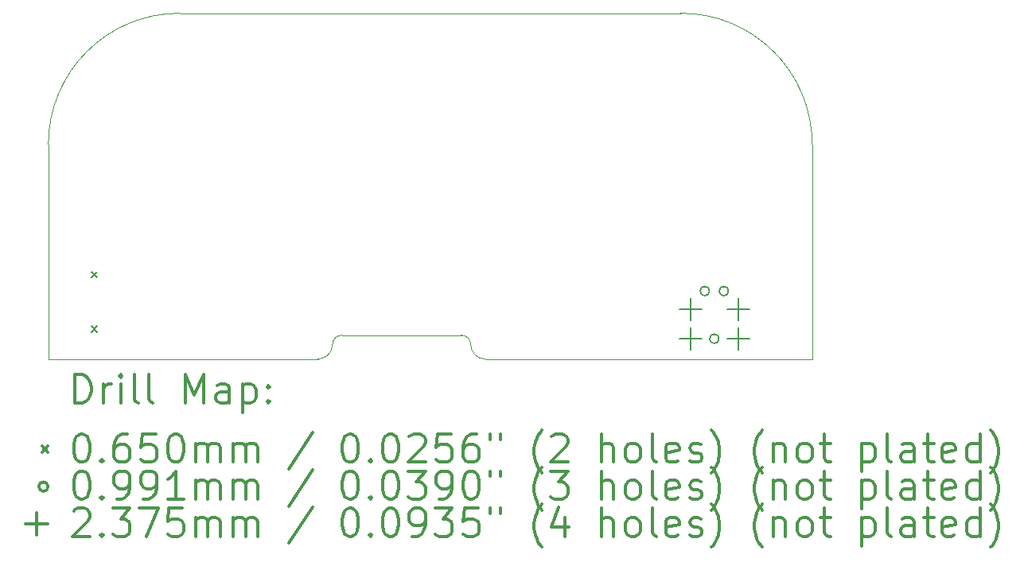
<source format=gbr>
%FSLAX45Y45*%
G04 Gerber Fmt 4.5, Leading zero omitted, Abs format (unit mm)*
G04 Created by KiCad (PCBNEW (5.1.10)-1) date 2021-10-09 12:46:32*
%MOMM*%
%LPD*%
G01*
G04 APERTURE LIST*
%TA.AperFunction,Profile*%
%ADD10C,0.050000*%
%TD*%
%ADD11C,0.200000*%
%ADD12C,0.300000*%
G04 APERTURE END LIST*
D10*
X13792200Y-11938000D02*
X15062200Y-11938000D01*
X13538200Y-12192000D02*
X10668000Y-12192000D01*
X15062200Y-11938000D02*
G75*
G02*
X15163800Y-12039600I0J-101600D01*
G01*
X13690600Y-12039600D02*
G75*
G02*
X13792200Y-11938000I101600J0D01*
G01*
X15316200Y-12192000D02*
G75*
G02*
X15163800Y-12039600I0J152400D01*
G01*
X13690600Y-12039600D02*
G75*
G02*
X13538200Y-12192000I-152400J0D01*
G01*
X17399000Y-8509000D02*
G75*
G02*
X18796000Y-9906000I0J-1397000D01*
G01*
X10668000Y-9906000D02*
G75*
G02*
X12065000Y-8509000I1397000J0D01*
G01*
X17399000Y-8509000D02*
X12065000Y-8509000D01*
X18796000Y-12192000D02*
X18796000Y-9906000D01*
X15316200Y-12192000D02*
X18796000Y-12192000D01*
X10668000Y-9906000D02*
X10668000Y-12192000D01*
D11*
X11124100Y-11260900D02*
X11189100Y-11325900D01*
X11189100Y-11260900D02*
X11124100Y-11325900D01*
X11124100Y-11838900D02*
X11189100Y-11903900D01*
X11189100Y-11838900D02*
X11124100Y-11903900D01*
X17702650Y-11468100D02*
G75*
G03*
X17702650Y-11468100I-49550J0D01*
G01*
X17804150Y-11976100D02*
G75*
G03*
X17804150Y-11976100I-49550J0D01*
G01*
X17905650Y-11468100D02*
G75*
G03*
X17905650Y-11468100I-49550J0D01*
G01*
X17500600Y-11539855D02*
X17500600Y-11777345D01*
X17381855Y-11658600D02*
X17619345Y-11658600D01*
X17500600Y-11857355D02*
X17500600Y-12094845D01*
X17381855Y-11976100D02*
X17619345Y-11976100D01*
X18008600Y-11539855D02*
X18008600Y-11777345D01*
X17889855Y-11658600D02*
X18127345Y-11658600D01*
X18008600Y-11857355D02*
X18008600Y-12094845D01*
X17889855Y-11976100D02*
X18127345Y-11976100D01*
D12*
X10951928Y-12660214D02*
X10951928Y-12360214D01*
X11023357Y-12360214D01*
X11066214Y-12374500D01*
X11094786Y-12403071D01*
X11109071Y-12431643D01*
X11123357Y-12488786D01*
X11123357Y-12531643D01*
X11109071Y-12588786D01*
X11094786Y-12617357D01*
X11066214Y-12645929D01*
X11023357Y-12660214D01*
X10951928Y-12660214D01*
X11251928Y-12660214D02*
X11251928Y-12460214D01*
X11251928Y-12517357D02*
X11266214Y-12488786D01*
X11280500Y-12474500D01*
X11309071Y-12460214D01*
X11337643Y-12460214D01*
X11437643Y-12660214D02*
X11437643Y-12460214D01*
X11437643Y-12360214D02*
X11423357Y-12374500D01*
X11437643Y-12388786D01*
X11451928Y-12374500D01*
X11437643Y-12360214D01*
X11437643Y-12388786D01*
X11623357Y-12660214D02*
X11594786Y-12645929D01*
X11580500Y-12617357D01*
X11580500Y-12360214D01*
X11780500Y-12660214D02*
X11751928Y-12645929D01*
X11737643Y-12617357D01*
X11737643Y-12360214D01*
X12123357Y-12660214D02*
X12123357Y-12360214D01*
X12223357Y-12574500D01*
X12323357Y-12360214D01*
X12323357Y-12660214D01*
X12594786Y-12660214D02*
X12594786Y-12503071D01*
X12580500Y-12474500D01*
X12551928Y-12460214D01*
X12494786Y-12460214D01*
X12466214Y-12474500D01*
X12594786Y-12645929D02*
X12566214Y-12660214D01*
X12494786Y-12660214D01*
X12466214Y-12645929D01*
X12451928Y-12617357D01*
X12451928Y-12588786D01*
X12466214Y-12560214D01*
X12494786Y-12545929D01*
X12566214Y-12545929D01*
X12594786Y-12531643D01*
X12737643Y-12460214D02*
X12737643Y-12760214D01*
X12737643Y-12474500D02*
X12766214Y-12460214D01*
X12823357Y-12460214D01*
X12851928Y-12474500D01*
X12866214Y-12488786D01*
X12880500Y-12517357D01*
X12880500Y-12603071D01*
X12866214Y-12631643D01*
X12851928Y-12645929D01*
X12823357Y-12660214D01*
X12766214Y-12660214D01*
X12737643Y-12645929D01*
X13009071Y-12631643D02*
X13023357Y-12645929D01*
X13009071Y-12660214D01*
X12994786Y-12645929D01*
X13009071Y-12631643D01*
X13009071Y-12660214D01*
X13009071Y-12474500D02*
X13023357Y-12488786D01*
X13009071Y-12503071D01*
X12994786Y-12488786D01*
X13009071Y-12474500D01*
X13009071Y-12503071D01*
X10600500Y-13122000D02*
X10665500Y-13187000D01*
X10665500Y-13122000D02*
X10600500Y-13187000D01*
X11009071Y-12990214D02*
X11037643Y-12990214D01*
X11066214Y-13004500D01*
X11080500Y-13018786D01*
X11094786Y-13047357D01*
X11109071Y-13104500D01*
X11109071Y-13175929D01*
X11094786Y-13233071D01*
X11080500Y-13261643D01*
X11066214Y-13275929D01*
X11037643Y-13290214D01*
X11009071Y-13290214D01*
X10980500Y-13275929D01*
X10966214Y-13261643D01*
X10951928Y-13233071D01*
X10937643Y-13175929D01*
X10937643Y-13104500D01*
X10951928Y-13047357D01*
X10966214Y-13018786D01*
X10980500Y-13004500D01*
X11009071Y-12990214D01*
X11237643Y-13261643D02*
X11251928Y-13275929D01*
X11237643Y-13290214D01*
X11223357Y-13275929D01*
X11237643Y-13261643D01*
X11237643Y-13290214D01*
X11509071Y-12990214D02*
X11451928Y-12990214D01*
X11423357Y-13004500D01*
X11409071Y-13018786D01*
X11380500Y-13061643D01*
X11366214Y-13118786D01*
X11366214Y-13233071D01*
X11380500Y-13261643D01*
X11394786Y-13275929D01*
X11423357Y-13290214D01*
X11480500Y-13290214D01*
X11509071Y-13275929D01*
X11523357Y-13261643D01*
X11537643Y-13233071D01*
X11537643Y-13161643D01*
X11523357Y-13133071D01*
X11509071Y-13118786D01*
X11480500Y-13104500D01*
X11423357Y-13104500D01*
X11394786Y-13118786D01*
X11380500Y-13133071D01*
X11366214Y-13161643D01*
X11809071Y-12990214D02*
X11666214Y-12990214D01*
X11651928Y-13133071D01*
X11666214Y-13118786D01*
X11694786Y-13104500D01*
X11766214Y-13104500D01*
X11794786Y-13118786D01*
X11809071Y-13133071D01*
X11823357Y-13161643D01*
X11823357Y-13233071D01*
X11809071Y-13261643D01*
X11794786Y-13275929D01*
X11766214Y-13290214D01*
X11694786Y-13290214D01*
X11666214Y-13275929D01*
X11651928Y-13261643D01*
X12009071Y-12990214D02*
X12037643Y-12990214D01*
X12066214Y-13004500D01*
X12080500Y-13018786D01*
X12094786Y-13047357D01*
X12109071Y-13104500D01*
X12109071Y-13175929D01*
X12094786Y-13233071D01*
X12080500Y-13261643D01*
X12066214Y-13275929D01*
X12037643Y-13290214D01*
X12009071Y-13290214D01*
X11980500Y-13275929D01*
X11966214Y-13261643D01*
X11951928Y-13233071D01*
X11937643Y-13175929D01*
X11937643Y-13104500D01*
X11951928Y-13047357D01*
X11966214Y-13018786D01*
X11980500Y-13004500D01*
X12009071Y-12990214D01*
X12237643Y-13290214D02*
X12237643Y-13090214D01*
X12237643Y-13118786D02*
X12251928Y-13104500D01*
X12280500Y-13090214D01*
X12323357Y-13090214D01*
X12351928Y-13104500D01*
X12366214Y-13133071D01*
X12366214Y-13290214D01*
X12366214Y-13133071D02*
X12380500Y-13104500D01*
X12409071Y-13090214D01*
X12451928Y-13090214D01*
X12480500Y-13104500D01*
X12494786Y-13133071D01*
X12494786Y-13290214D01*
X12637643Y-13290214D02*
X12637643Y-13090214D01*
X12637643Y-13118786D02*
X12651928Y-13104500D01*
X12680500Y-13090214D01*
X12723357Y-13090214D01*
X12751928Y-13104500D01*
X12766214Y-13133071D01*
X12766214Y-13290214D01*
X12766214Y-13133071D02*
X12780500Y-13104500D01*
X12809071Y-13090214D01*
X12851928Y-13090214D01*
X12880500Y-13104500D01*
X12894786Y-13133071D01*
X12894786Y-13290214D01*
X13480500Y-12975929D02*
X13223357Y-13361643D01*
X13866214Y-12990214D02*
X13894786Y-12990214D01*
X13923357Y-13004500D01*
X13937643Y-13018786D01*
X13951928Y-13047357D01*
X13966214Y-13104500D01*
X13966214Y-13175929D01*
X13951928Y-13233071D01*
X13937643Y-13261643D01*
X13923357Y-13275929D01*
X13894786Y-13290214D01*
X13866214Y-13290214D01*
X13837643Y-13275929D01*
X13823357Y-13261643D01*
X13809071Y-13233071D01*
X13794786Y-13175929D01*
X13794786Y-13104500D01*
X13809071Y-13047357D01*
X13823357Y-13018786D01*
X13837643Y-13004500D01*
X13866214Y-12990214D01*
X14094786Y-13261643D02*
X14109071Y-13275929D01*
X14094786Y-13290214D01*
X14080500Y-13275929D01*
X14094786Y-13261643D01*
X14094786Y-13290214D01*
X14294786Y-12990214D02*
X14323357Y-12990214D01*
X14351928Y-13004500D01*
X14366214Y-13018786D01*
X14380500Y-13047357D01*
X14394786Y-13104500D01*
X14394786Y-13175929D01*
X14380500Y-13233071D01*
X14366214Y-13261643D01*
X14351928Y-13275929D01*
X14323357Y-13290214D01*
X14294786Y-13290214D01*
X14266214Y-13275929D01*
X14251928Y-13261643D01*
X14237643Y-13233071D01*
X14223357Y-13175929D01*
X14223357Y-13104500D01*
X14237643Y-13047357D01*
X14251928Y-13018786D01*
X14266214Y-13004500D01*
X14294786Y-12990214D01*
X14509071Y-13018786D02*
X14523357Y-13004500D01*
X14551928Y-12990214D01*
X14623357Y-12990214D01*
X14651928Y-13004500D01*
X14666214Y-13018786D01*
X14680500Y-13047357D01*
X14680500Y-13075929D01*
X14666214Y-13118786D01*
X14494786Y-13290214D01*
X14680500Y-13290214D01*
X14951928Y-12990214D02*
X14809071Y-12990214D01*
X14794786Y-13133071D01*
X14809071Y-13118786D01*
X14837643Y-13104500D01*
X14909071Y-13104500D01*
X14937643Y-13118786D01*
X14951928Y-13133071D01*
X14966214Y-13161643D01*
X14966214Y-13233071D01*
X14951928Y-13261643D01*
X14937643Y-13275929D01*
X14909071Y-13290214D01*
X14837643Y-13290214D01*
X14809071Y-13275929D01*
X14794786Y-13261643D01*
X15223357Y-12990214D02*
X15166214Y-12990214D01*
X15137643Y-13004500D01*
X15123357Y-13018786D01*
X15094786Y-13061643D01*
X15080500Y-13118786D01*
X15080500Y-13233071D01*
X15094786Y-13261643D01*
X15109071Y-13275929D01*
X15137643Y-13290214D01*
X15194786Y-13290214D01*
X15223357Y-13275929D01*
X15237643Y-13261643D01*
X15251928Y-13233071D01*
X15251928Y-13161643D01*
X15237643Y-13133071D01*
X15223357Y-13118786D01*
X15194786Y-13104500D01*
X15137643Y-13104500D01*
X15109071Y-13118786D01*
X15094786Y-13133071D01*
X15080500Y-13161643D01*
X15366214Y-12990214D02*
X15366214Y-13047357D01*
X15480500Y-12990214D02*
X15480500Y-13047357D01*
X15923357Y-13404500D02*
X15909071Y-13390214D01*
X15880500Y-13347357D01*
X15866214Y-13318786D01*
X15851928Y-13275929D01*
X15837643Y-13204500D01*
X15837643Y-13147357D01*
X15851928Y-13075929D01*
X15866214Y-13033071D01*
X15880500Y-13004500D01*
X15909071Y-12961643D01*
X15923357Y-12947357D01*
X16023357Y-13018786D02*
X16037643Y-13004500D01*
X16066214Y-12990214D01*
X16137643Y-12990214D01*
X16166214Y-13004500D01*
X16180500Y-13018786D01*
X16194786Y-13047357D01*
X16194786Y-13075929D01*
X16180500Y-13118786D01*
X16009071Y-13290214D01*
X16194786Y-13290214D01*
X16551928Y-13290214D02*
X16551928Y-12990214D01*
X16680500Y-13290214D02*
X16680500Y-13133071D01*
X16666214Y-13104500D01*
X16637643Y-13090214D01*
X16594786Y-13090214D01*
X16566214Y-13104500D01*
X16551928Y-13118786D01*
X16866214Y-13290214D02*
X16837643Y-13275929D01*
X16823357Y-13261643D01*
X16809071Y-13233071D01*
X16809071Y-13147357D01*
X16823357Y-13118786D01*
X16837643Y-13104500D01*
X16866214Y-13090214D01*
X16909071Y-13090214D01*
X16937643Y-13104500D01*
X16951928Y-13118786D01*
X16966214Y-13147357D01*
X16966214Y-13233071D01*
X16951928Y-13261643D01*
X16937643Y-13275929D01*
X16909071Y-13290214D01*
X16866214Y-13290214D01*
X17137643Y-13290214D02*
X17109071Y-13275929D01*
X17094786Y-13247357D01*
X17094786Y-12990214D01*
X17366214Y-13275929D02*
X17337643Y-13290214D01*
X17280500Y-13290214D01*
X17251928Y-13275929D01*
X17237643Y-13247357D01*
X17237643Y-13133071D01*
X17251928Y-13104500D01*
X17280500Y-13090214D01*
X17337643Y-13090214D01*
X17366214Y-13104500D01*
X17380500Y-13133071D01*
X17380500Y-13161643D01*
X17237643Y-13190214D01*
X17494786Y-13275929D02*
X17523357Y-13290214D01*
X17580500Y-13290214D01*
X17609071Y-13275929D01*
X17623357Y-13247357D01*
X17623357Y-13233071D01*
X17609071Y-13204500D01*
X17580500Y-13190214D01*
X17537643Y-13190214D01*
X17509071Y-13175929D01*
X17494786Y-13147357D01*
X17494786Y-13133071D01*
X17509071Y-13104500D01*
X17537643Y-13090214D01*
X17580500Y-13090214D01*
X17609071Y-13104500D01*
X17723357Y-13404500D02*
X17737643Y-13390214D01*
X17766214Y-13347357D01*
X17780500Y-13318786D01*
X17794786Y-13275929D01*
X17809071Y-13204500D01*
X17809071Y-13147357D01*
X17794786Y-13075929D01*
X17780500Y-13033071D01*
X17766214Y-13004500D01*
X17737643Y-12961643D01*
X17723357Y-12947357D01*
X18266214Y-13404500D02*
X18251928Y-13390214D01*
X18223357Y-13347357D01*
X18209071Y-13318786D01*
X18194786Y-13275929D01*
X18180500Y-13204500D01*
X18180500Y-13147357D01*
X18194786Y-13075929D01*
X18209071Y-13033071D01*
X18223357Y-13004500D01*
X18251928Y-12961643D01*
X18266214Y-12947357D01*
X18380500Y-13090214D02*
X18380500Y-13290214D01*
X18380500Y-13118786D02*
X18394786Y-13104500D01*
X18423357Y-13090214D01*
X18466214Y-13090214D01*
X18494786Y-13104500D01*
X18509071Y-13133071D01*
X18509071Y-13290214D01*
X18694786Y-13290214D02*
X18666214Y-13275929D01*
X18651928Y-13261643D01*
X18637643Y-13233071D01*
X18637643Y-13147357D01*
X18651928Y-13118786D01*
X18666214Y-13104500D01*
X18694786Y-13090214D01*
X18737643Y-13090214D01*
X18766214Y-13104500D01*
X18780500Y-13118786D01*
X18794786Y-13147357D01*
X18794786Y-13233071D01*
X18780500Y-13261643D01*
X18766214Y-13275929D01*
X18737643Y-13290214D01*
X18694786Y-13290214D01*
X18880500Y-13090214D02*
X18994786Y-13090214D01*
X18923357Y-12990214D02*
X18923357Y-13247357D01*
X18937643Y-13275929D01*
X18966214Y-13290214D01*
X18994786Y-13290214D01*
X19323357Y-13090214D02*
X19323357Y-13390214D01*
X19323357Y-13104500D02*
X19351928Y-13090214D01*
X19409071Y-13090214D01*
X19437643Y-13104500D01*
X19451928Y-13118786D01*
X19466214Y-13147357D01*
X19466214Y-13233071D01*
X19451928Y-13261643D01*
X19437643Y-13275929D01*
X19409071Y-13290214D01*
X19351928Y-13290214D01*
X19323357Y-13275929D01*
X19637643Y-13290214D02*
X19609071Y-13275929D01*
X19594786Y-13247357D01*
X19594786Y-12990214D01*
X19880500Y-13290214D02*
X19880500Y-13133071D01*
X19866214Y-13104500D01*
X19837643Y-13090214D01*
X19780500Y-13090214D01*
X19751928Y-13104500D01*
X19880500Y-13275929D02*
X19851928Y-13290214D01*
X19780500Y-13290214D01*
X19751928Y-13275929D01*
X19737643Y-13247357D01*
X19737643Y-13218786D01*
X19751928Y-13190214D01*
X19780500Y-13175929D01*
X19851928Y-13175929D01*
X19880500Y-13161643D01*
X19980500Y-13090214D02*
X20094786Y-13090214D01*
X20023357Y-12990214D02*
X20023357Y-13247357D01*
X20037643Y-13275929D01*
X20066214Y-13290214D01*
X20094786Y-13290214D01*
X20309071Y-13275929D02*
X20280500Y-13290214D01*
X20223357Y-13290214D01*
X20194786Y-13275929D01*
X20180500Y-13247357D01*
X20180500Y-13133071D01*
X20194786Y-13104500D01*
X20223357Y-13090214D01*
X20280500Y-13090214D01*
X20309071Y-13104500D01*
X20323357Y-13133071D01*
X20323357Y-13161643D01*
X20180500Y-13190214D01*
X20580500Y-13290214D02*
X20580500Y-12990214D01*
X20580500Y-13275929D02*
X20551928Y-13290214D01*
X20494786Y-13290214D01*
X20466214Y-13275929D01*
X20451928Y-13261643D01*
X20437643Y-13233071D01*
X20437643Y-13147357D01*
X20451928Y-13118786D01*
X20466214Y-13104500D01*
X20494786Y-13090214D01*
X20551928Y-13090214D01*
X20580500Y-13104500D01*
X20694786Y-13404500D02*
X20709071Y-13390214D01*
X20737643Y-13347357D01*
X20751928Y-13318786D01*
X20766214Y-13275929D01*
X20780500Y-13204500D01*
X20780500Y-13147357D01*
X20766214Y-13075929D01*
X20751928Y-13033071D01*
X20737643Y-13004500D01*
X20709071Y-12961643D01*
X20694786Y-12947357D01*
X10665500Y-13550500D02*
G75*
G03*
X10665500Y-13550500I-49550J0D01*
G01*
X11009071Y-13386214D02*
X11037643Y-13386214D01*
X11066214Y-13400500D01*
X11080500Y-13414786D01*
X11094786Y-13443357D01*
X11109071Y-13500500D01*
X11109071Y-13571929D01*
X11094786Y-13629071D01*
X11080500Y-13657643D01*
X11066214Y-13671929D01*
X11037643Y-13686214D01*
X11009071Y-13686214D01*
X10980500Y-13671929D01*
X10966214Y-13657643D01*
X10951928Y-13629071D01*
X10937643Y-13571929D01*
X10937643Y-13500500D01*
X10951928Y-13443357D01*
X10966214Y-13414786D01*
X10980500Y-13400500D01*
X11009071Y-13386214D01*
X11237643Y-13657643D02*
X11251928Y-13671929D01*
X11237643Y-13686214D01*
X11223357Y-13671929D01*
X11237643Y-13657643D01*
X11237643Y-13686214D01*
X11394786Y-13686214D02*
X11451928Y-13686214D01*
X11480500Y-13671929D01*
X11494786Y-13657643D01*
X11523357Y-13614786D01*
X11537643Y-13557643D01*
X11537643Y-13443357D01*
X11523357Y-13414786D01*
X11509071Y-13400500D01*
X11480500Y-13386214D01*
X11423357Y-13386214D01*
X11394786Y-13400500D01*
X11380500Y-13414786D01*
X11366214Y-13443357D01*
X11366214Y-13514786D01*
X11380500Y-13543357D01*
X11394786Y-13557643D01*
X11423357Y-13571929D01*
X11480500Y-13571929D01*
X11509071Y-13557643D01*
X11523357Y-13543357D01*
X11537643Y-13514786D01*
X11680500Y-13686214D02*
X11737643Y-13686214D01*
X11766214Y-13671929D01*
X11780500Y-13657643D01*
X11809071Y-13614786D01*
X11823357Y-13557643D01*
X11823357Y-13443357D01*
X11809071Y-13414786D01*
X11794786Y-13400500D01*
X11766214Y-13386214D01*
X11709071Y-13386214D01*
X11680500Y-13400500D01*
X11666214Y-13414786D01*
X11651928Y-13443357D01*
X11651928Y-13514786D01*
X11666214Y-13543357D01*
X11680500Y-13557643D01*
X11709071Y-13571929D01*
X11766214Y-13571929D01*
X11794786Y-13557643D01*
X11809071Y-13543357D01*
X11823357Y-13514786D01*
X12109071Y-13686214D02*
X11937643Y-13686214D01*
X12023357Y-13686214D02*
X12023357Y-13386214D01*
X11994786Y-13429071D01*
X11966214Y-13457643D01*
X11937643Y-13471929D01*
X12237643Y-13686214D02*
X12237643Y-13486214D01*
X12237643Y-13514786D02*
X12251928Y-13500500D01*
X12280500Y-13486214D01*
X12323357Y-13486214D01*
X12351928Y-13500500D01*
X12366214Y-13529071D01*
X12366214Y-13686214D01*
X12366214Y-13529071D02*
X12380500Y-13500500D01*
X12409071Y-13486214D01*
X12451928Y-13486214D01*
X12480500Y-13500500D01*
X12494786Y-13529071D01*
X12494786Y-13686214D01*
X12637643Y-13686214D02*
X12637643Y-13486214D01*
X12637643Y-13514786D02*
X12651928Y-13500500D01*
X12680500Y-13486214D01*
X12723357Y-13486214D01*
X12751928Y-13500500D01*
X12766214Y-13529071D01*
X12766214Y-13686214D01*
X12766214Y-13529071D02*
X12780500Y-13500500D01*
X12809071Y-13486214D01*
X12851928Y-13486214D01*
X12880500Y-13500500D01*
X12894786Y-13529071D01*
X12894786Y-13686214D01*
X13480500Y-13371929D02*
X13223357Y-13757643D01*
X13866214Y-13386214D02*
X13894786Y-13386214D01*
X13923357Y-13400500D01*
X13937643Y-13414786D01*
X13951928Y-13443357D01*
X13966214Y-13500500D01*
X13966214Y-13571929D01*
X13951928Y-13629071D01*
X13937643Y-13657643D01*
X13923357Y-13671929D01*
X13894786Y-13686214D01*
X13866214Y-13686214D01*
X13837643Y-13671929D01*
X13823357Y-13657643D01*
X13809071Y-13629071D01*
X13794786Y-13571929D01*
X13794786Y-13500500D01*
X13809071Y-13443357D01*
X13823357Y-13414786D01*
X13837643Y-13400500D01*
X13866214Y-13386214D01*
X14094786Y-13657643D02*
X14109071Y-13671929D01*
X14094786Y-13686214D01*
X14080500Y-13671929D01*
X14094786Y-13657643D01*
X14094786Y-13686214D01*
X14294786Y-13386214D02*
X14323357Y-13386214D01*
X14351928Y-13400500D01*
X14366214Y-13414786D01*
X14380500Y-13443357D01*
X14394786Y-13500500D01*
X14394786Y-13571929D01*
X14380500Y-13629071D01*
X14366214Y-13657643D01*
X14351928Y-13671929D01*
X14323357Y-13686214D01*
X14294786Y-13686214D01*
X14266214Y-13671929D01*
X14251928Y-13657643D01*
X14237643Y-13629071D01*
X14223357Y-13571929D01*
X14223357Y-13500500D01*
X14237643Y-13443357D01*
X14251928Y-13414786D01*
X14266214Y-13400500D01*
X14294786Y-13386214D01*
X14494786Y-13386214D02*
X14680500Y-13386214D01*
X14580500Y-13500500D01*
X14623357Y-13500500D01*
X14651928Y-13514786D01*
X14666214Y-13529071D01*
X14680500Y-13557643D01*
X14680500Y-13629071D01*
X14666214Y-13657643D01*
X14651928Y-13671929D01*
X14623357Y-13686214D01*
X14537643Y-13686214D01*
X14509071Y-13671929D01*
X14494786Y-13657643D01*
X14823357Y-13686214D02*
X14880500Y-13686214D01*
X14909071Y-13671929D01*
X14923357Y-13657643D01*
X14951928Y-13614786D01*
X14966214Y-13557643D01*
X14966214Y-13443357D01*
X14951928Y-13414786D01*
X14937643Y-13400500D01*
X14909071Y-13386214D01*
X14851928Y-13386214D01*
X14823357Y-13400500D01*
X14809071Y-13414786D01*
X14794786Y-13443357D01*
X14794786Y-13514786D01*
X14809071Y-13543357D01*
X14823357Y-13557643D01*
X14851928Y-13571929D01*
X14909071Y-13571929D01*
X14937643Y-13557643D01*
X14951928Y-13543357D01*
X14966214Y-13514786D01*
X15151928Y-13386214D02*
X15180500Y-13386214D01*
X15209071Y-13400500D01*
X15223357Y-13414786D01*
X15237643Y-13443357D01*
X15251928Y-13500500D01*
X15251928Y-13571929D01*
X15237643Y-13629071D01*
X15223357Y-13657643D01*
X15209071Y-13671929D01*
X15180500Y-13686214D01*
X15151928Y-13686214D01*
X15123357Y-13671929D01*
X15109071Y-13657643D01*
X15094786Y-13629071D01*
X15080500Y-13571929D01*
X15080500Y-13500500D01*
X15094786Y-13443357D01*
X15109071Y-13414786D01*
X15123357Y-13400500D01*
X15151928Y-13386214D01*
X15366214Y-13386214D02*
X15366214Y-13443357D01*
X15480500Y-13386214D02*
X15480500Y-13443357D01*
X15923357Y-13800500D02*
X15909071Y-13786214D01*
X15880500Y-13743357D01*
X15866214Y-13714786D01*
X15851928Y-13671929D01*
X15837643Y-13600500D01*
X15837643Y-13543357D01*
X15851928Y-13471929D01*
X15866214Y-13429071D01*
X15880500Y-13400500D01*
X15909071Y-13357643D01*
X15923357Y-13343357D01*
X16009071Y-13386214D02*
X16194786Y-13386214D01*
X16094786Y-13500500D01*
X16137643Y-13500500D01*
X16166214Y-13514786D01*
X16180500Y-13529071D01*
X16194786Y-13557643D01*
X16194786Y-13629071D01*
X16180500Y-13657643D01*
X16166214Y-13671929D01*
X16137643Y-13686214D01*
X16051928Y-13686214D01*
X16023357Y-13671929D01*
X16009071Y-13657643D01*
X16551928Y-13686214D02*
X16551928Y-13386214D01*
X16680500Y-13686214D02*
X16680500Y-13529071D01*
X16666214Y-13500500D01*
X16637643Y-13486214D01*
X16594786Y-13486214D01*
X16566214Y-13500500D01*
X16551928Y-13514786D01*
X16866214Y-13686214D02*
X16837643Y-13671929D01*
X16823357Y-13657643D01*
X16809071Y-13629071D01*
X16809071Y-13543357D01*
X16823357Y-13514786D01*
X16837643Y-13500500D01*
X16866214Y-13486214D01*
X16909071Y-13486214D01*
X16937643Y-13500500D01*
X16951928Y-13514786D01*
X16966214Y-13543357D01*
X16966214Y-13629071D01*
X16951928Y-13657643D01*
X16937643Y-13671929D01*
X16909071Y-13686214D01*
X16866214Y-13686214D01*
X17137643Y-13686214D02*
X17109071Y-13671929D01*
X17094786Y-13643357D01*
X17094786Y-13386214D01*
X17366214Y-13671929D02*
X17337643Y-13686214D01*
X17280500Y-13686214D01*
X17251928Y-13671929D01*
X17237643Y-13643357D01*
X17237643Y-13529071D01*
X17251928Y-13500500D01*
X17280500Y-13486214D01*
X17337643Y-13486214D01*
X17366214Y-13500500D01*
X17380500Y-13529071D01*
X17380500Y-13557643D01*
X17237643Y-13586214D01*
X17494786Y-13671929D02*
X17523357Y-13686214D01*
X17580500Y-13686214D01*
X17609071Y-13671929D01*
X17623357Y-13643357D01*
X17623357Y-13629071D01*
X17609071Y-13600500D01*
X17580500Y-13586214D01*
X17537643Y-13586214D01*
X17509071Y-13571929D01*
X17494786Y-13543357D01*
X17494786Y-13529071D01*
X17509071Y-13500500D01*
X17537643Y-13486214D01*
X17580500Y-13486214D01*
X17609071Y-13500500D01*
X17723357Y-13800500D02*
X17737643Y-13786214D01*
X17766214Y-13743357D01*
X17780500Y-13714786D01*
X17794786Y-13671929D01*
X17809071Y-13600500D01*
X17809071Y-13543357D01*
X17794786Y-13471929D01*
X17780500Y-13429071D01*
X17766214Y-13400500D01*
X17737643Y-13357643D01*
X17723357Y-13343357D01*
X18266214Y-13800500D02*
X18251928Y-13786214D01*
X18223357Y-13743357D01*
X18209071Y-13714786D01*
X18194786Y-13671929D01*
X18180500Y-13600500D01*
X18180500Y-13543357D01*
X18194786Y-13471929D01*
X18209071Y-13429071D01*
X18223357Y-13400500D01*
X18251928Y-13357643D01*
X18266214Y-13343357D01*
X18380500Y-13486214D02*
X18380500Y-13686214D01*
X18380500Y-13514786D02*
X18394786Y-13500500D01*
X18423357Y-13486214D01*
X18466214Y-13486214D01*
X18494786Y-13500500D01*
X18509071Y-13529071D01*
X18509071Y-13686214D01*
X18694786Y-13686214D02*
X18666214Y-13671929D01*
X18651928Y-13657643D01*
X18637643Y-13629071D01*
X18637643Y-13543357D01*
X18651928Y-13514786D01*
X18666214Y-13500500D01*
X18694786Y-13486214D01*
X18737643Y-13486214D01*
X18766214Y-13500500D01*
X18780500Y-13514786D01*
X18794786Y-13543357D01*
X18794786Y-13629071D01*
X18780500Y-13657643D01*
X18766214Y-13671929D01*
X18737643Y-13686214D01*
X18694786Y-13686214D01*
X18880500Y-13486214D02*
X18994786Y-13486214D01*
X18923357Y-13386214D02*
X18923357Y-13643357D01*
X18937643Y-13671929D01*
X18966214Y-13686214D01*
X18994786Y-13686214D01*
X19323357Y-13486214D02*
X19323357Y-13786214D01*
X19323357Y-13500500D02*
X19351928Y-13486214D01*
X19409071Y-13486214D01*
X19437643Y-13500500D01*
X19451928Y-13514786D01*
X19466214Y-13543357D01*
X19466214Y-13629071D01*
X19451928Y-13657643D01*
X19437643Y-13671929D01*
X19409071Y-13686214D01*
X19351928Y-13686214D01*
X19323357Y-13671929D01*
X19637643Y-13686214D02*
X19609071Y-13671929D01*
X19594786Y-13643357D01*
X19594786Y-13386214D01*
X19880500Y-13686214D02*
X19880500Y-13529071D01*
X19866214Y-13500500D01*
X19837643Y-13486214D01*
X19780500Y-13486214D01*
X19751928Y-13500500D01*
X19880500Y-13671929D02*
X19851928Y-13686214D01*
X19780500Y-13686214D01*
X19751928Y-13671929D01*
X19737643Y-13643357D01*
X19737643Y-13614786D01*
X19751928Y-13586214D01*
X19780500Y-13571929D01*
X19851928Y-13571929D01*
X19880500Y-13557643D01*
X19980500Y-13486214D02*
X20094786Y-13486214D01*
X20023357Y-13386214D02*
X20023357Y-13643357D01*
X20037643Y-13671929D01*
X20066214Y-13686214D01*
X20094786Y-13686214D01*
X20309071Y-13671929D02*
X20280500Y-13686214D01*
X20223357Y-13686214D01*
X20194786Y-13671929D01*
X20180500Y-13643357D01*
X20180500Y-13529071D01*
X20194786Y-13500500D01*
X20223357Y-13486214D01*
X20280500Y-13486214D01*
X20309071Y-13500500D01*
X20323357Y-13529071D01*
X20323357Y-13557643D01*
X20180500Y-13586214D01*
X20580500Y-13686214D02*
X20580500Y-13386214D01*
X20580500Y-13671929D02*
X20551928Y-13686214D01*
X20494786Y-13686214D01*
X20466214Y-13671929D01*
X20451928Y-13657643D01*
X20437643Y-13629071D01*
X20437643Y-13543357D01*
X20451928Y-13514786D01*
X20466214Y-13500500D01*
X20494786Y-13486214D01*
X20551928Y-13486214D01*
X20580500Y-13500500D01*
X20694786Y-13800500D02*
X20709071Y-13786214D01*
X20737643Y-13743357D01*
X20751928Y-13714786D01*
X20766214Y-13671929D01*
X20780500Y-13600500D01*
X20780500Y-13543357D01*
X20766214Y-13471929D01*
X20751928Y-13429071D01*
X20737643Y-13400500D01*
X20709071Y-13357643D01*
X20694786Y-13343357D01*
X10546755Y-13827755D02*
X10546755Y-14065245D01*
X10428010Y-13946500D02*
X10665500Y-13946500D01*
X10937643Y-13810786D02*
X10951928Y-13796500D01*
X10980500Y-13782214D01*
X11051928Y-13782214D01*
X11080500Y-13796500D01*
X11094786Y-13810786D01*
X11109071Y-13839357D01*
X11109071Y-13867929D01*
X11094786Y-13910786D01*
X10923357Y-14082214D01*
X11109071Y-14082214D01*
X11237643Y-14053643D02*
X11251928Y-14067929D01*
X11237643Y-14082214D01*
X11223357Y-14067929D01*
X11237643Y-14053643D01*
X11237643Y-14082214D01*
X11351928Y-13782214D02*
X11537643Y-13782214D01*
X11437643Y-13896500D01*
X11480500Y-13896500D01*
X11509071Y-13910786D01*
X11523357Y-13925071D01*
X11537643Y-13953643D01*
X11537643Y-14025071D01*
X11523357Y-14053643D01*
X11509071Y-14067929D01*
X11480500Y-14082214D01*
X11394786Y-14082214D01*
X11366214Y-14067929D01*
X11351928Y-14053643D01*
X11637643Y-13782214D02*
X11837643Y-13782214D01*
X11709071Y-14082214D01*
X12094786Y-13782214D02*
X11951928Y-13782214D01*
X11937643Y-13925071D01*
X11951928Y-13910786D01*
X11980500Y-13896500D01*
X12051928Y-13896500D01*
X12080500Y-13910786D01*
X12094786Y-13925071D01*
X12109071Y-13953643D01*
X12109071Y-14025071D01*
X12094786Y-14053643D01*
X12080500Y-14067929D01*
X12051928Y-14082214D01*
X11980500Y-14082214D01*
X11951928Y-14067929D01*
X11937643Y-14053643D01*
X12237643Y-14082214D02*
X12237643Y-13882214D01*
X12237643Y-13910786D02*
X12251928Y-13896500D01*
X12280500Y-13882214D01*
X12323357Y-13882214D01*
X12351928Y-13896500D01*
X12366214Y-13925071D01*
X12366214Y-14082214D01*
X12366214Y-13925071D02*
X12380500Y-13896500D01*
X12409071Y-13882214D01*
X12451928Y-13882214D01*
X12480500Y-13896500D01*
X12494786Y-13925071D01*
X12494786Y-14082214D01*
X12637643Y-14082214D02*
X12637643Y-13882214D01*
X12637643Y-13910786D02*
X12651928Y-13896500D01*
X12680500Y-13882214D01*
X12723357Y-13882214D01*
X12751928Y-13896500D01*
X12766214Y-13925071D01*
X12766214Y-14082214D01*
X12766214Y-13925071D02*
X12780500Y-13896500D01*
X12809071Y-13882214D01*
X12851928Y-13882214D01*
X12880500Y-13896500D01*
X12894786Y-13925071D01*
X12894786Y-14082214D01*
X13480500Y-13767929D02*
X13223357Y-14153643D01*
X13866214Y-13782214D02*
X13894786Y-13782214D01*
X13923357Y-13796500D01*
X13937643Y-13810786D01*
X13951928Y-13839357D01*
X13966214Y-13896500D01*
X13966214Y-13967929D01*
X13951928Y-14025071D01*
X13937643Y-14053643D01*
X13923357Y-14067929D01*
X13894786Y-14082214D01*
X13866214Y-14082214D01*
X13837643Y-14067929D01*
X13823357Y-14053643D01*
X13809071Y-14025071D01*
X13794786Y-13967929D01*
X13794786Y-13896500D01*
X13809071Y-13839357D01*
X13823357Y-13810786D01*
X13837643Y-13796500D01*
X13866214Y-13782214D01*
X14094786Y-14053643D02*
X14109071Y-14067929D01*
X14094786Y-14082214D01*
X14080500Y-14067929D01*
X14094786Y-14053643D01*
X14094786Y-14082214D01*
X14294786Y-13782214D02*
X14323357Y-13782214D01*
X14351928Y-13796500D01*
X14366214Y-13810786D01*
X14380500Y-13839357D01*
X14394786Y-13896500D01*
X14394786Y-13967929D01*
X14380500Y-14025071D01*
X14366214Y-14053643D01*
X14351928Y-14067929D01*
X14323357Y-14082214D01*
X14294786Y-14082214D01*
X14266214Y-14067929D01*
X14251928Y-14053643D01*
X14237643Y-14025071D01*
X14223357Y-13967929D01*
X14223357Y-13896500D01*
X14237643Y-13839357D01*
X14251928Y-13810786D01*
X14266214Y-13796500D01*
X14294786Y-13782214D01*
X14537643Y-14082214D02*
X14594786Y-14082214D01*
X14623357Y-14067929D01*
X14637643Y-14053643D01*
X14666214Y-14010786D01*
X14680500Y-13953643D01*
X14680500Y-13839357D01*
X14666214Y-13810786D01*
X14651928Y-13796500D01*
X14623357Y-13782214D01*
X14566214Y-13782214D01*
X14537643Y-13796500D01*
X14523357Y-13810786D01*
X14509071Y-13839357D01*
X14509071Y-13910786D01*
X14523357Y-13939357D01*
X14537643Y-13953643D01*
X14566214Y-13967929D01*
X14623357Y-13967929D01*
X14651928Y-13953643D01*
X14666214Y-13939357D01*
X14680500Y-13910786D01*
X14780500Y-13782214D02*
X14966214Y-13782214D01*
X14866214Y-13896500D01*
X14909071Y-13896500D01*
X14937643Y-13910786D01*
X14951928Y-13925071D01*
X14966214Y-13953643D01*
X14966214Y-14025071D01*
X14951928Y-14053643D01*
X14937643Y-14067929D01*
X14909071Y-14082214D01*
X14823357Y-14082214D01*
X14794786Y-14067929D01*
X14780500Y-14053643D01*
X15237643Y-13782214D02*
X15094786Y-13782214D01*
X15080500Y-13925071D01*
X15094786Y-13910786D01*
X15123357Y-13896500D01*
X15194786Y-13896500D01*
X15223357Y-13910786D01*
X15237643Y-13925071D01*
X15251928Y-13953643D01*
X15251928Y-14025071D01*
X15237643Y-14053643D01*
X15223357Y-14067929D01*
X15194786Y-14082214D01*
X15123357Y-14082214D01*
X15094786Y-14067929D01*
X15080500Y-14053643D01*
X15366214Y-13782214D02*
X15366214Y-13839357D01*
X15480500Y-13782214D02*
X15480500Y-13839357D01*
X15923357Y-14196500D02*
X15909071Y-14182214D01*
X15880500Y-14139357D01*
X15866214Y-14110786D01*
X15851928Y-14067929D01*
X15837643Y-13996500D01*
X15837643Y-13939357D01*
X15851928Y-13867929D01*
X15866214Y-13825071D01*
X15880500Y-13796500D01*
X15909071Y-13753643D01*
X15923357Y-13739357D01*
X16166214Y-13882214D02*
X16166214Y-14082214D01*
X16094786Y-13767929D02*
X16023357Y-13982214D01*
X16209071Y-13982214D01*
X16551928Y-14082214D02*
X16551928Y-13782214D01*
X16680500Y-14082214D02*
X16680500Y-13925071D01*
X16666214Y-13896500D01*
X16637643Y-13882214D01*
X16594786Y-13882214D01*
X16566214Y-13896500D01*
X16551928Y-13910786D01*
X16866214Y-14082214D02*
X16837643Y-14067929D01*
X16823357Y-14053643D01*
X16809071Y-14025071D01*
X16809071Y-13939357D01*
X16823357Y-13910786D01*
X16837643Y-13896500D01*
X16866214Y-13882214D01*
X16909071Y-13882214D01*
X16937643Y-13896500D01*
X16951928Y-13910786D01*
X16966214Y-13939357D01*
X16966214Y-14025071D01*
X16951928Y-14053643D01*
X16937643Y-14067929D01*
X16909071Y-14082214D01*
X16866214Y-14082214D01*
X17137643Y-14082214D02*
X17109071Y-14067929D01*
X17094786Y-14039357D01*
X17094786Y-13782214D01*
X17366214Y-14067929D02*
X17337643Y-14082214D01*
X17280500Y-14082214D01*
X17251928Y-14067929D01*
X17237643Y-14039357D01*
X17237643Y-13925071D01*
X17251928Y-13896500D01*
X17280500Y-13882214D01*
X17337643Y-13882214D01*
X17366214Y-13896500D01*
X17380500Y-13925071D01*
X17380500Y-13953643D01*
X17237643Y-13982214D01*
X17494786Y-14067929D02*
X17523357Y-14082214D01*
X17580500Y-14082214D01*
X17609071Y-14067929D01*
X17623357Y-14039357D01*
X17623357Y-14025071D01*
X17609071Y-13996500D01*
X17580500Y-13982214D01*
X17537643Y-13982214D01*
X17509071Y-13967929D01*
X17494786Y-13939357D01*
X17494786Y-13925071D01*
X17509071Y-13896500D01*
X17537643Y-13882214D01*
X17580500Y-13882214D01*
X17609071Y-13896500D01*
X17723357Y-14196500D02*
X17737643Y-14182214D01*
X17766214Y-14139357D01*
X17780500Y-14110786D01*
X17794786Y-14067929D01*
X17809071Y-13996500D01*
X17809071Y-13939357D01*
X17794786Y-13867929D01*
X17780500Y-13825071D01*
X17766214Y-13796500D01*
X17737643Y-13753643D01*
X17723357Y-13739357D01*
X18266214Y-14196500D02*
X18251928Y-14182214D01*
X18223357Y-14139357D01*
X18209071Y-14110786D01*
X18194786Y-14067929D01*
X18180500Y-13996500D01*
X18180500Y-13939357D01*
X18194786Y-13867929D01*
X18209071Y-13825071D01*
X18223357Y-13796500D01*
X18251928Y-13753643D01*
X18266214Y-13739357D01*
X18380500Y-13882214D02*
X18380500Y-14082214D01*
X18380500Y-13910786D02*
X18394786Y-13896500D01*
X18423357Y-13882214D01*
X18466214Y-13882214D01*
X18494786Y-13896500D01*
X18509071Y-13925071D01*
X18509071Y-14082214D01*
X18694786Y-14082214D02*
X18666214Y-14067929D01*
X18651928Y-14053643D01*
X18637643Y-14025071D01*
X18637643Y-13939357D01*
X18651928Y-13910786D01*
X18666214Y-13896500D01*
X18694786Y-13882214D01*
X18737643Y-13882214D01*
X18766214Y-13896500D01*
X18780500Y-13910786D01*
X18794786Y-13939357D01*
X18794786Y-14025071D01*
X18780500Y-14053643D01*
X18766214Y-14067929D01*
X18737643Y-14082214D01*
X18694786Y-14082214D01*
X18880500Y-13882214D02*
X18994786Y-13882214D01*
X18923357Y-13782214D02*
X18923357Y-14039357D01*
X18937643Y-14067929D01*
X18966214Y-14082214D01*
X18994786Y-14082214D01*
X19323357Y-13882214D02*
X19323357Y-14182214D01*
X19323357Y-13896500D02*
X19351928Y-13882214D01*
X19409071Y-13882214D01*
X19437643Y-13896500D01*
X19451928Y-13910786D01*
X19466214Y-13939357D01*
X19466214Y-14025071D01*
X19451928Y-14053643D01*
X19437643Y-14067929D01*
X19409071Y-14082214D01*
X19351928Y-14082214D01*
X19323357Y-14067929D01*
X19637643Y-14082214D02*
X19609071Y-14067929D01*
X19594786Y-14039357D01*
X19594786Y-13782214D01*
X19880500Y-14082214D02*
X19880500Y-13925071D01*
X19866214Y-13896500D01*
X19837643Y-13882214D01*
X19780500Y-13882214D01*
X19751928Y-13896500D01*
X19880500Y-14067929D02*
X19851928Y-14082214D01*
X19780500Y-14082214D01*
X19751928Y-14067929D01*
X19737643Y-14039357D01*
X19737643Y-14010786D01*
X19751928Y-13982214D01*
X19780500Y-13967929D01*
X19851928Y-13967929D01*
X19880500Y-13953643D01*
X19980500Y-13882214D02*
X20094786Y-13882214D01*
X20023357Y-13782214D02*
X20023357Y-14039357D01*
X20037643Y-14067929D01*
X20066214Y-14082214D01*
X20094786Y-14082214D01*
X20309071Y-14067929D02*
X20280500Y-14082214D01*
X20223357Y-14082214D01*
X20194786Y-14067929D01*
X20180500Y-14039357D01*
X20180500Y-13925071D01*
X20194786Y-13896500D01*
X20223357Y-13882214D01*
X20280500Y-13882214D01*
X20309071Y-13896500D01*
X20323357Y-13925071D01*
X20323357Y-13953643D01*
X20180500Y-13982214D01*
X20580500Y-14082214D02*
X20580500Y-13782214D01*
X20580500Y-14067929D02*
X20551928Y-14082214D01*
X20494786Y-14082214D01*
X20466214Y-14067929D01*
X20451928Y-14053643D01*
X20437643Y-14025071D01*
X20437643Y-13939357D01*
X20451928Y-13910786D01*
X20466214Y-13896500D01*
X20494786Y-13882214D01*
X20551928Y-13882214D01*
X20580500Y-13896500D01*
X20694786Y-14196500D02*
X20709071Y-14182214D01*
X20737643Y-14139357D01*
X20751928Y-14110786D01*
X20766214Y-14067929D01*
X20780500Y-13996500D01*
X20780500Y-13939357D01*
X20766214Y-13867929D01*
X20751928Y-13825071D01*
X20737643Y-13796500D01*
X20709071Y-13753643D01*
X20694786Y-13739357D01*
M02*

</source>
